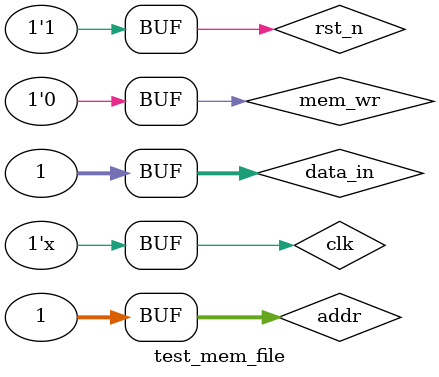
<source format=v>
`timescale 1ns / 1ps


module test_mem_file;

    reg clk;
    reg rst_n;
    
    reg [31:0]       addr;      // Ð´ÈëµØÖ·
    reg [31:0]       data_in;   // Ð´ÈëÊý¾Ý
    reg              mem_wr;    // Ð´Ê¹ÄÜ
    
    wire [31:0]      data_out;  // ¶Á³öÊý¾Ý

    initial begin
        clk = 0;
        rst_n = 0;
        #100;
        rst_n = 1'b1;
        mem_wr = 1'b1;
        
        addr = 32'b0000_0000_0000_0000_0000_0000_0000_0001;
        data_in = 32'b0000_0000_0000_0000_0000_0000_0000_0001;

        #100
        mem_wr = 1'b0;
        addr = 32'b0000_0000_0000_0000_0000_0000_0000_0001;

        
    end
    always #20 clk = ~clk;
    
    mem_file mem_file0(
        .rst_n(rst_n),
        .clk(clk),
    
        .addr(addr),      // Ð´ÈëµØÖ·
        .data_in(data_in),   // Ð´ÈëÊý¾Ý
        .mem_wr(mem_wr),    // Ð´Ê¹ÄÜ
        
        .data_out(data_out)  // Ð´³öÊý¾Ý
    );

endmodule

</source>
